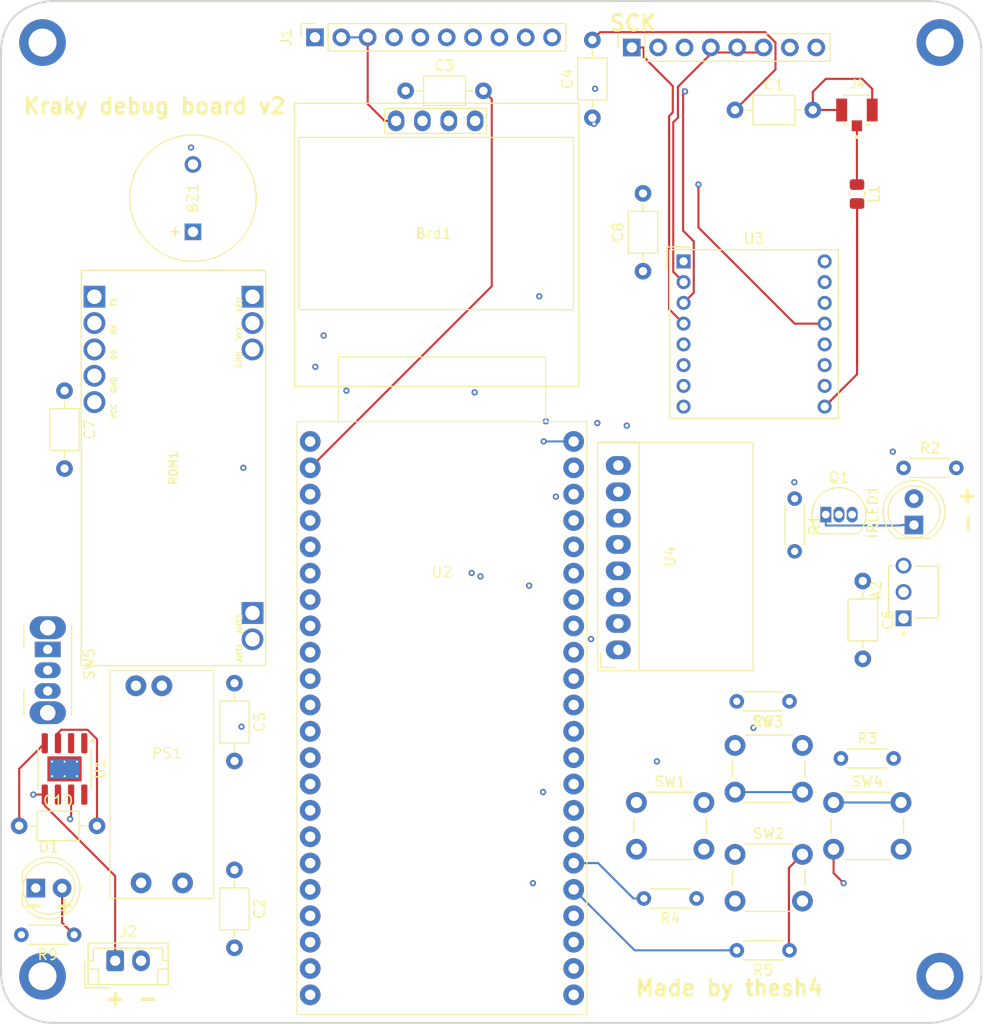
<source format=kicad_pcb>
(kicad_pcb (version 20241229) (generator "pcbnew") (generator_version "9.0")
  (layers (0 "F.Cu" signal) (4 "In1.Cu" signal) (6 "In2.Cu" signal) (2 "B.Cu" signal) (13 "F.Paste" user) (15 "B.Paste" user) (5 "F.SilkS" user "F.Silkscreen") (7 "B.SilkS" user "B.Silkscreen") (1 "F.Mask" user) (3 "B.Mask" user) (25 "Edge.Cuts" user))
  (net 0 "")
  (net 1 "Net-(A2-GND)")
  (net 2 "Net-(Brd1-GND)")
  (net 3 "Net-(U2-5V)")
  (net 4 "Net-(PS1--Vin)")
  (net 6 "unconnected-(U1-EPAD-Pad9)")
  (net 10 "Net-(D1-Pad2)")
  (net 11 "Net-(IRLED1-A)")
  (net 12 "Net-(A2-VS)")
  (net 13 "Net-(Q1-B)")
  (net 14 "Net-(Q1-C)")
  (net 15 "Net-(R6-Pad1)")
  (net 16 "Net-(R5-Pad1)")
  (net 17 "Net-(R4-Pad1)")
  (net 18 "Net-(R3-Pad1)")
  (net 19 "Net-(U1-~{CHRG})")
  (net 21 "Net-(PS1-+Vin)")
  (net 36 "Net-(U3-ANT)")
  (net 37 "Net-(C1-Pad2)")
  (net 38 "Net-(SW5-B)")
  (net 55 "Net-(A2-OUT)")
  (net 56 "Net-(Brd1-SCL)")
  (net 57 "Net-(Brd1-SDA)")
  (net 58 "Net-(U2-GPIO46)")
  (net 59 "Net-(U2-GPIO7)")
  (net 60 "Net-(U2-GPIO6)")
  (net 61 "Net-(U2-GPIO4)")
  (net 62 "Net-(U2-GPIO5)")
  (net 63 "Net-(U2-GPIO16)")
  (net 64 "Net-(U2-GPIO17)")
  (net 65 "Net-(U2-GPIO15)")
  (net 66 "Net-(U2-GPIO45)")
  (net 67 "Net-(U2-GPIO19)")
  (net 68 "Net-(U2-GPIO47)")
  (net 69 "Net-(U2-GPIO21)")
  (net 70 "Net-(U2-GPIO20)")
  (net 71 "Net-(U2-GPIO43_TX)")
  (net 72 "Net-(U2-GPIO12_SCK)")
  (net 73 "Net-(U2-GPIO35)")
  (net 74 "Net-(U2-GPIO10_SS)")
  (net 75 "Net-(U2-GPIO13_MISO)")
  (net 76 "Net-(U2-GPIO01)")
  (net 77 "Net-(U2-GPIO11_MOSI)")
  (net 83 "Net-(J4-Pad1)")
  (footprint "Resistor_THT:R_Axial_DIN0204_L3.6mm_D1.6mm_P5.08mm_Horizontal" (layer "F.Cu") (at 182.96 130)
    (property "Reference" "R3" (at 2.54 -1.92 0) (layer "F.SilkS"))
    (property "Value" "10K")
    (pad "1" thru_hole circle (at 0 0) (size 1.4 1.4) (drill 0.7) (layers "*.Cu" "*.Mask") (net 18 "Net-(R3-Pad1)"))
    (pad "2" thru_hole oval (at 5.08 0) (size 1.4 1.4) (drill 0.7) (layers "*.Cu" "*.Mask") (net 67 "Net-(U2-GPIO19)"))
  )
  (footprint "Button_Switch_THT:SW_PUSH_6mm" (layer "F.Cu") (at 182.25 134.25)
    (property "Reference" "SW4" (at 3.25 -2 0) (layer "F.SilkS"))
    (property "Value" "Push_Button")
    (pad "1" thru_hole circle (at 0 0 90) (size 2 2) (drill 1.1) (layers "*.Cu" "*.Mask") (net 18 "Net-(R3-Pad1)"))
    (pad "1" thru_hole circle (at 6.5 0 90) (size 2 2) (drill 1.1) (layers "*.Cu" "*.Mask") (net 18 "Net-(R3-Pad1)"))
    (pad "2" thru_hole circle (at 0 4.5 90) (size 2 2) (drill 1.1) (layers "*.Cu" "*.Mask") (net 2 "Net-(Brd1-GND)"))
    (pad "2" thru_hole circle (at 6.5 4.5 90) (size 2 2) (drill 1.1) (layers "*.Cu" "*.Mask") (net 2 "Net-(Brd1-GND)"))
  )
  (footprint "Package_SO:SOIC-8-1EP_3.9x4.9mm_P1.27mm_EP2.41x3.3mm_ThermalVias" (layer "F.Cu") (at 108.12 131.01 -90)
    (property "Reference" "U1" (at 0 -3.4 90) (layer "F.SilkS"))
    (property "Value" "TP4056-42-ESOP8")
    (pad "1" smd roundrect (at -2.475 -1.905 270) (size 1.95 0.6) (layers "F.Cu" "F.Mask" "F.Paste"))
    (pad "2" smd roundrect (at -2.475 -0.635 270) (size 1.95 0.6) (layers "F.Cu" "F.Mask" "F.Paste"))
    (pad "3" smd roundrect (at -2.475 0.635 270) (size 1.95 0.6) (layers "F.Cu" "F.Mask" "F.Paste") (net 4 "Net-(PS1--Vin)"))
    (pad "4" smd roundrect (at -2.475 1.905 270) (size 1.95 0.6) (layers "F.Cu" "F.Mask" "F.Paste") (net 2 "Net-(Brd1-GND)"))
    (pad "5" smd roundrect (at 2.475 1.905 270) (size 1.95 0.6) (layers "F.Cu" "F.Mask" "F.Paste") (net 38 "Net-(SW5-B)"))
    (pad "6" smd roundrect (at 2.475 0.635 270) (size 1.95 0.6) (layers "F.Cu" "F.Mask" "F.Paste"))
    (pad "7" smd roundrect (at 2.475 -0.635 270) (size 1.95 0.6) (layers "F.Cu" "F.Mask" "F.Paste") (net 19 "Net-(U1-~{CHRG})"))
    (pad "8" smd roundrect (at 2.475 -1.905 270) (size 1.95 0.6) (layers "F.Cu" "F.Mask" "F.Paste"))
    (pad "9" thru_hole circle (at -0.7 -1.2 270) (size 0.5 0.5) (drill 0.2) (property pad_prop_heatsink) (layers "*.Cu") (net 6 "unconnected-(U1-EPAD-Pad9)"))
    (pad "9" thru_hole circle (at -0.7 0 270) (size 0.5 0.5) (drill 0.2) (property pad_prop_heatsink) (layers "*.Cu") (net 6 "unconnected-(U1-EPAD-Pad9)"))
    (pad "9" thru_hole circle (at -0.7 1.2 270) (size 0.5 0.5) (drill 0.2) (property pad_prop_heatsink) (layers "*.Cu") (net 6 "unconnected-(U1-EPAD-Pad9)"))
    (pad "9" smd rect (at 0 0 270) (size 1.9 2.9) (property pad_prop_heatsink) (layers "B.Cu") (net 6 "unconnected-(U1-EPAD-Pad9)"))
    (pad "9" smd rect (at 0 0 270) (size 2.41 3.3) (property pad_prop_heatsink) (layers "F.Cu" "F.Mask") (net 6 "unconnected-(U1-EPAD-Pad9)"))
    (pad "9" thru_hole circle (at 0.7 -1.2 270) (size 0.5 0.5) (drill 0.2) (property pad_prop_heatsink) (layers "*.Cu") (net 6 "unconnected-(U1-EPAD-Pad9)"))
    (pad "9" thru_hole circle (at 0.7 0 270) (size 0.5 0.5) (drill 0.2) (property pad_prop_heatsink) (layers "*.Cu") (net 6 "unconnected-(U1-EPAD-Pad9)"))
    (pad "9" thru_hole circle (at 0.7 1.2 270) (size 0.5 0.5) (drill 0.2) (property pad_prop_heatsink) (layers "*.Cu") (net 6 "unconnected-(U1-EPAD-Pad9)"))
  )
  (footprint "Capacitor_THT:C_Axial_L3.8mm_D2.6mm_P7.50mm_Horizontal" (layer "F.Cu") (at 141 65.65)
    (property "Reference" "C3" (at 3.75 -2.42 0) (layer "F.SilkS"))
    (property "Value" "100 nF")
    (pad "1" thru_hole circle (at 0 0) (size 1.6 1.6) (drill 0.8) (layers "*.Cu" "*.Mask") (net 2 "Net-(Brd1-GND)"))
    (pad "2" thru_hole oval (at 7.5 0) (size 1.6 1.6) (drill 0.8) (layers "*.Cu" "*.Mask") (net 12 "Net-(A2-VS)"))
  )
  (footprint "Resistor_SMD:R_0805_2012Metric" (layer "F.Cu") (at 184.5125 75.6025 -90)
    (property "Reference" "L1" (at 0 -1.65 90) (layer "F.SilkS"))
    (property "Value" "BLM21PG331SN1D")
    (pad "1" smd roundrect (at -0.9125 0 270) (size 1.025 1.4) (layers "F.Cu" "F.Mask" "F.Paste") (roundrect_rratio 0.243902) (net 83 "Net-(J4-Pad1)"))
    (pad "2" smd roundrect (at 0.9125 0 270) (size 1.025 1.4) (layers "F.Cu" "F.Mask" "F.Paste") (roundrect_rratio 0.243902) (net 36 "Net-(U3-ANT)"))
  )
  (footprint "Capacitor_THT:C_Axial_L3.8mm_D2.6mm_P7.50mm_Horizontal" (layer "F.Cu") (at 172.75 67.5)
    (property "Reference" "C1" (at 3.75 -2.42 0) (layer "F.SilkS"))
    (property "Value" "10 pF")
    (pad "1" thru_hole circle (at 0 0) (size 1.6 1.6) (drill 0.8) (layers "*.Cu" "*.Mask") (net 2 "Net-(Brd1-GND)"))
    (pad "2" thru_hole oval (at 7.5 0) (size 1.6 1.6) (drill 0.8) (layers "*.Cu" "*.Mask") (net 37 "Net-(C1-Pad2)"))
  )
  (footprint "esp32-s3:esp32-s3" (layer "F.Cu") (at 144.5 112.5445)
    (property "Reference" "U2" (at 0 -0.5 0) (layer "F.SilkS") (effects (font (thickness 0.1))))
    (property "Value" "~")
    (pad "1" thru_hole circle (at -12.7 -13.095) (size 2 2) (drill 1) (layers "*.Cu" "*.Mask"))
    (pad "2" thru_hole circle (at -12.7 -10.555) (size 2 2) (drill 1) (layers "*.Cu" "*.Mask") (net 12 "Net-(A2-VS)"))
    (pad "3" thru_hole circle (at -12.7 -8.015) (size 2 2) (drill 1) (layers "*.Cu" "*.Mask"))
    (pad "4" thru_hole circle (at -12.7 -5.475) (size 2 2) (drill 1) (layers "*.Cu" "*.Mask") (net 61 "Net-(U2-GPIO4)"))
    (pad "5" thru_hole circle (at -12.7 -2.935) (size 2 2) (drill 1) (layers "*.Cu" "*.Mask") (net 62 "Net-(U2-GPIO5)"))
    (pad "6" thru_hole circle (at -12.7 -0.395) (size 2 2) (drill 1) (layers "*.Cu" "*.Mask") (net 60 "Net-(U2-GPIO6)"))
    (pad "7" thru_hole circle (at -12.7 2.145) (size 2 2) (drill 1) (layers "*.Cu" "*.Mask") (net 59 "Net-(U2-GPIO7)"))
    (pad "8" thru_hole circle (at -12.7 4.685) (size 2 2) (drill 1) (layers "*.Cu" "*.Mask") (net 65 "Net-(U2-GPIO15)"))
    (pad "9" thru_hole circle (at -12.7 7.225) (size 2 2) (drill 1) (layers "*.Cu" "*.Mask") (net 63 "Net-(U2-GPIO16)"))
    (pad "10" thru_hole circle (at -12.7 9.765) (size 2 2) (drill 1) (layers "*.Cu" "*.Mask") (net 64 "Net-(U2-GPIO17)"))
    (pad "11" thru_hole circle (at -12.7 12.305) (size 2 2) (drill 1) (layers "*.Cu" "*.Mask"))
    (pad "12" thru_hole circle (at -12.7 14.845) (size 2 2) (drill 1) (layers "*.Cu" "*.Mask") (net 57 "Net-(Brd1-SDA)"))
    (pad "13" thru_hole circle (at -12.7 17.385) (size 2 2) (drill 1) (layers "*.Cu" "*.Mask"))
    (pad "14" thru_hole circle (at -12.7 19.925) (size 2 2) (drill 1) (layers "*.Cu" "*.Mask") (net 58 "Net-(U2-GPIO46)"))
    (pad "15" thru_hole circle (at -12.7 22.465) (size 2 2) (drill 1) (layers "*.Cu" "*.Mask") (net 56 "Net-(Brd1-SCL)"))
    (pad "16" thru_hole circle (at -12.7 25.005) (size 2 2) (drill 1) (layers "*.Cu" "*.Mask") (net 74 "Net-(U2-GPIO10_SS)"))
    (pad "17" thru_hole circle (at -12.7 27.545) (size 2 2) (drill 1) (layers "*.Cu" "*.Mask") (net 77 "Net-(U2-GPIO11_MOSI)"))
    (pad "18" thru_hole circle (at -12.7 30.085) (size 2 2) (drill 1) (layers "*.Cu" "*.Mask") (net 72 "Net-(U2-GPIO12_SCK)"))
    (pad "19" thru_hole circle (at -12.7 32.625) (size 2 2) (drill 1) (layers "*.Cu" "*.Mask") (net 75 "Net-(U2-GPIO13_MISO)"))
    (pad "20" thru_hole circle (at -12.7 35.165) (size 2 2) (drill 1) (layers "*.Cu" "*.Mask"))
    (pad "21" thru_hole circle (at -12.7 37.705) (size 2 2) (drill 1) (layers "*.Cu" "*.Mask") (net 3 "Net-(U2-5V)"))
    (pad "22" thru_hole circle (at -12.7 40.245) (size 2 2) (drill 1) (layers "*.Cu" "*.Mask"))
    (pad "23" thru_hole circle (at 12.7 -13.095) (size 2 2) (drill 1) (layers "*.Cu" "*.Mask") (net 1 "Net-(A2-GND)"))
    (pad "24" thru_hole circle (at 12.7 -10.555) (size 2 2) (drill 1) (layers "*.Cu" "*.Mask") (net 71 "Net-(U2-GPIO43_TX)"))
    (pad "25" thru_hole circle (at 12.7 -8.015) (size 2 2) (drill 1) (layers "*.Cu" "*.Mask") (net 2 "Net-(Brd1-GND)"))
    (pad "26" thru_hole circle (at 12.7 -5.475) (size 2 2) (drill 1) (layers "*.Cu" "*.Mask") (net 76 "Net-(U2-GPIO01)"))
    (pad "27" thru_hole circle (at 12.7 -2.935) (size 2 2) (drill 1) (layers "*.Cu" "*.Mask"))
    (pad "28" thru_hole circle (at 12.7 -0.395) (size 2 2) (drill 1) (layers "*.Cu" "*.Mask"))
    (pad "29" thru_hole circle (at 12.7 2.145) (size 2 2) (drill 1) (layers "*.Cu" "*.Mask"))
    (pad "30" thru_hole circle (at 12.7 4.685) (size 2 2) (drill 1) (layers "*.Cu" "*.Mask"))
    (pad "31" thru_hole circle (at 12.7 7.225) (size 2 2) (drill 1) (layers "*.Cu" "*.Mask"))
    (pad "32" thru_hole circle (at 12.7 9.765) (size 2 2) (drill 1) (layers "*.Cu" "*.Mask"))
    (pad "33" thru_hole circle (at 12.7 12.305) (size 2 2) (drill 1) (layers "*.Cu" "*.Mask"))
    (pad "34" thru_hole circle (at 12.7 14.845) (size 2 2) (drill 1) (layers "*.Cu" "*.Mask"))
    (pad "35" thru_hole circle (at 12.7 17.385) (size 2 2) (drill 1) (layers "*.Cu" "*.Mask") (net 73 "Net-(U2-GPIO35)"))
    (pad "36" thru_hole circle (at 12.7 19.925) (size 2 2) (drill 1) (layers "*.Cu" "*.Mask"))
    (pad "37" thru_hole circle (at 12.7 22.465) (size 2 2) (drill 1) (layers "*.Cu" "*.Mask") (net 66 "Net-(U2-GPIO45)"))
    (pad "38" thru_hole circle (at 12.7 25.005) (size 2 2) (drill 1) (layers "*.Cu" "*.Mask") (net 55 "Net-(A2-OUT)"))
    (pad "39" thru_hole circle (at 12.7 27.545) (size 2 2) (drill 1) (layers "*.Cu" "*.Mask") (net 68 "Net-(U2-GPIO47)"))
    (pad "40" thru_hole circle (at 12.7 30.085) (size 2 2) (drill 1) (layers "*.Cu" "*.Mask") (net 69 "Net-(U2-GPIO21)"))
    (pad "41" thru_hole circle (at 12.7 32.625) (size 2 2) (drill 1) (layers "*.Cu" "*.Mask") (net 70 "Net-(U2-GPIO20)"))
    (pad "42" thru_hole circle (at 12.7 35.165) (size 2 2) (drill 1) (layers "*.Cu" "*.Mask") (net 67 "Net-(U2-GPIO19)"))
    (pad "43" thru_hole circle (at 12.7 37.705) (size 2 2) (drill 1) (layers "*.Cu" "*.Mask") (net 2 "Net-(Brd1-GND)"))
    (pad "44" thru_hole circle (at 12.7 40.245) (size 2 2) (drill 1) (layers "*.Cu" "*.Mask") (net 2 "Net-(Brd1-GND)"))
  )
  (footprint "Resistor_THT:R_Axial_DIN0204_L3.6mm_D1.6mm_P5.08mm_Horizontal" (layer "F.Cu") (at 178 148.5 180)
    (property "Reference" "R5" (at 2.54 -1.92 180) (layer "F.SilkS"))
    (property "Value" "10K")
    (pad "1" thru_hole circle (at 0 0 180) (size 1.4 1.4) (drill 0.7) (layers "*.Cu" "*.Mask") (net 16 "Net-(R5-Pad1)"))
    (pad "2" thru_hole oval (at 5.08 0 180) (size 1.4 1.4) (drill 0.7) (layers "*.Cu" "*.Mask") (net 69 "Net-(U2-GPIO21)"))
  )
  (footprint "RDM6300:RDM6300" (layer "F.Cu") (at 118.62 102.01 90)
    (property "Reference" "RDM1" (at 0 0 90) (layer "F.SilkS") (effects (font (size 0.787402 0.787402))))
    (property "Value" "RDM6300")
    (fp_text user "GND" (at 10.46 6.35 90) (layer "F.SilkS") (effects (font (size 0.5 0.5))))
    (fp_text user "GND" (at 7.99 -5.75 90) (layer "F.SilkS") (effects (font (size 0.5 0.5))))
    (fp_text user "LED" (at 15.74 6.35 90) (layer "F.SilkS") (effects (font (size 0.5 0.5))))
    (fp_text user "RX" (at 13.37 -5.75 90) (layer "F.SilkS") (effects (font (size 0.5 0.5))))
    (fp_text user "TX" (at 16.01 -5.75 90) (layer "F.SilkS") (effects (font (size 0.5 0.5))))
    (fp_text user "D0" (at 10.93 -5.75 90) (layer "F.SilkS") (effects (font (size 0.5 0.5))))
    (fp_text user "ANT2" (at -15.04 6.35 90) (layer "F.SilkS") (effects (font (size 0.5 0.5))))
    (fp_text user "VCC" (at 5.45 -5.75 90) (layer "F.SilkS") (effects (font (size 0.5 0.5))))
    (fp_text user "VCC" (at 13.1 6.35 90) (layer "F.SilkS") (effects (font (size 0.5 0.5))))
    (fp_text user "ANT1" (at -17.78 6.35 90) (layer "F.SilkS") (effects (font (size 0.5 0.5))))
    (pad "ANT1" thru_hole circle (at -16.51 7.62 90) (size 2.1 2.1) (drill 1.4) (layers "*.Cu" "*.Mask"))
    (pad "ANT2" thru_hole rect (at -13.97 7.62 90) (size 2.1 2.1) (drill 1.4) (layers "*.Cu" "*.Mask"))
    (pad "D0" thru_hole circle (at 11.43 -7.62 90) (size 2.1 2.1) (drill 1.4) (layers "*.Cu" "*.Mask"))
    (pad "GND" thru_hole circle (at 8.89 -7.62 90) (size 2.1 2.1) (drill 1.4) (layers "*.Cu" "*.Mask") (net 1 "Net-(A2-GND)"))
    (pad "GND1" thru_hole circle (at 11.43 7.62 90) (size 2.1 2.1) (drill 1.4) (layers "*.Cu" "*.Mask"))
    (pad "LED" thru_hole rect (at 16.51 7.62 90) (size 2.1 2.1) (drill 1.4) (layers "*.Cu" "*.Mask"))
    (pad "RX" thru_hole circle (at 13.97 -7.62 90) (size 2.1 2.1) (drill 1.4) (layers "*.Cu" "*.Mask") (net 2 "Net-(Brd1-GND)"))
    (pad "TX" thru_hole rect (at 16.51 -7.62 90) (size 2.1 2.1) (drill 1.4) (layers "*.Cu" "*.Mask") (net 71 "Net-(U2-GPIO43_TX)"))
    (pad "VCC" thru_hole circle (at 6.35 -7.62 90) (size 2.1 2.1) (drill 1.4) (layers "*.Cu" "*.Mask") (net 12 "Net-(A2-VS)"))
    (pad "VCC1" thru_hole circle (at 13.97 7.62 90) (size 2.1 2.1) (drill 1.4) (layers "*.Cu" "*.Mask"))
  )
  (footprint "Resistor_THT:R_Axial_DIN0204_L3.6mm_D1.6mm_P5.08mm_Horizontal" (layer "F.Cu") (at 169.04 143.5 180)
    (property "Reference" "R4" (at 2.54 -1.92 0) (layer "F.SilkS"))
    (property "Value" "10K")
    (pad "1" thru_hole circle (at 0 0 180) (size 1.4 1.4) (drill 0.7) (layers "*.Cu" "*.Mask") (net 17 "Net-(R4-Pad1)"))
    (pad "2" thru_hole oval (at 5.08 0 180) (size 1.4 1.4) (drill 0.7) (layers "*.Cu" "*.Mask") (net 68 "Net-(U2-GPIO47)"))
  )
  (footprint "Capacitor_THT:C_Axial_L3.8mm_D2.6mm_P7.50mm_Horizontal" (layer "F.Cu") (at 124.5 140.75 -90)
    (property "Reference" "C2" (at 3.75 -2.42 270) (layer "F.SilkS"))
    (property "Value" "100 nF")
    (pad "1" thru_hole circle (at 0 0 270) (size 1.6 1.6) (drill 0.8) (layers "*.Cu" "*.Mask") (net 2 "Net-(Brd1-GND)"))
    (pad "2" thru_hole oval (at 7.5 0 270) (size 1.6 1.6) (drill 0.8) (layers "*.Cu" "*.Mask") (net 3 "Net-(U2-5V)"))
  )
  (footprint "Connector_PinSocket_2.54mm:PinSocket_1x08_P2.54mm_Vertical" (layer "F.Cu") (at 162.8 61.475 90)
    (property "Reference" "J3" (hide yes))
    (property "Value" "PINHD_1x8_Female" (hide yes))
    (pad "1" thru_hole rect (at 0 0 90) (size 1.7 1.7) (drill 1) (layers "*.Cu" "*.Mask") (net 72 "Net-(U2-GPIO12_SCK)"))
    (pad "2" thru_hole oval (at 0 2.54 90) (size 1.7 1.7) (drill 1) (layers "*.Cu" "*.Mask") (net 75 "Net-(U2-GPIO13_MISO)"))
    (pad "3" thru_hole oval (at 0 5.08 90) (size 1.7 1.7) (drill 1) (layers "*.Cu" "*.Mask") (net 77 "Net-(U2-GPIO11_MOSI)"))
    (pad "4" thru_hole oval (at 0 7.62 90) (size 1.7 1.7) (drill 1) (layers "*.Cu" "*.Mask") (net 74 "Net-(U2-GPIO10_SS)"))
    (pad "5" thru_hole oval (at 0 10.16 90) (size 1.7 1.7) (drill 1) (layers "*.Cu" "*.Mask") (net 12 "Net-(A2-VS)"))
    (pad "6" thru_hole oval (at 0 12.7 90) (size 1.7 1.7) (drill 1) (layers "*.Cu" "*.Mask") (net 1 "Net-(A2-GND)"))
    (pad "7" thru_hole oval (at 0 15.24 90) (size 1.7 1.7) (drill 1) (layers "*.Cu" "*.Mask") (net 73 "Net-(U2-GPIO35)"))
    (pad "8" thru_hole oval (at 0 17.78 90) (size 1.7 1.7) (drill 1) (layers "*.Cu" "*.Mask"))
  )
  (footprint "ufl connector:LINX_CONUFL001-SMD-T" (layer "F.Cu") (at 184.5 67.5)
    (property "Reference" "J4" (at 0.04 -2.508 0) (layer "F.SilkS") (effects (font (size 0.8 0.8))))
    (property "Value" "CONUFL001-SMD-T")
    (pad "1" smd rect (at 0 1.525) (size 1 1.05) (layers "F.Cu" "F.Mask" "F.Paste") (net 83 "Net-(J4-Pad1)"))
    (pad "2" smd rect (at -1.475 0) (size 1.05 2.2) (layers "F.Cu" "F.Mask" "F.Paste") (net 37 "Net-(C1-Pad2)"))
    (pad "3" smd rect (at 1.475 0) (size 1.05 2.2) (layers "F.Cu" "F.Mask" "F.Paste") (net 37 "Net-(C1-Pad2)"))
  )
  (footprint "MountingHole:MountingHole_2.7mm_M2.5_ISO14580_Pad" (layer "F.Cu") (at 106 151)
    (property "Reference" "buco3" (hide yes))
    (property "Value" "MountingHole_2.7mm_M2.5_ISO14580_Pad" (hide yes))
    (pad "1" thru_hole circle (at 0 0) (size 4.5 4.5) (drill 2.7) (layers "*.Cu" "*.Mask"))
  )
  (footprint "Resistor_THT:R_Axial_DIN0204_L3.6mm_D1.6mm_P5.08mm_Horizontal" (layer "F.Cu") (at 189 102)
    (property "Reference" "R2" (at 2.54 -1.92 0) (layer "F.SilkS"))
    (property "Value" "100")
    (pad "1" thru_hole circle (at 0 0) (size 1.4 1.4) (drill 0.7) (layers "*.Cu" "*.Mask") (net 14 "Net-(Q1-C)"))
    (pad "2" thru_hole oval (at 5.08 0) (size 1.4 1.4) (drill 0.7) (layers "*.Cu" "*.Mask") (net 11 "Net-(IRLED1-A)"))
  )
  (footprint "Converter_DCDC:step up kraky" (layer "F.Cu") (at 118 130)
    (property "Reference" "PS1" (at 0 -0.5 0) (layer "F.SilkS") (effects (font (thickness 0.1))))
    (property "Value" "IA0305D")
    (pad "1" thru_hole circle (at -3 -7) (size 2 2) (drill 1) (layers "*.Cu" "*.Mask") (net 21 "Net-(PS1-+Vin)"))
    (pad "2" thru_hole circle (at -0.5 -7) (size 2 2) (drill 1) (layers "*.Cu" "*.Mask") (net 4 "Net-(PS1--Vin)"))
    (pad "3" thru_hole circle (at -2.5 12) (size 2 2) (drill 1) (layers "*.Cu" "*.Mask") (net 2 "Net-(Brd1-GND)"))
    (pad "4" thru_hole circle (at 1.5 12) (size 2 2) (drill 1) (layers "*.Cu" "*.Mask"))
  )
  (footprint "Resistor_THT:R_Axial_DIN0204_L3.6mm_D1.6mm_P5.08mm_Horizontal" (layer "F.Cu") (at 178 124.5 180)
    (property "Reference" "R6" (at 2.54 -1.92 180) (layer "F.SilkS"))
    (property "Value" "10K")
    (pad "1" thru_hole circle (at 0 0 180) (size 1.4 1.4) (drill 0.7) (layers "*.Cu" "*.Mask") (net 15 "Net-(R6-Pad1)"))
    (pad "2" thru_hole oval (at 5.08 0 180) (size 1.4 1.4) (drill 0.7) (layers "*.Cu" "*.Mask") (net 70 "Net-(U2-GPIO20)"))
  )
  (footprint "Button_Switch_THT:SW_PUSH_6mm" (layer "F.Cu") (at 172.75 128.75)
    (property "Reference" "SW3" (at 3.13 -2.26 180) (layer "F.SilkS"))
    (property "Value" "Push_Button")
    (pad "1" thru_hole circle (at 0 0 90) (size 2 2) (drill 1.1) (layers "*.Cu" "*.Mask") (net 15 "Net-(R6-Pad1)"))
    (pad "1" thru_hole circle (at 6.5 0 90) (size 2 2) (drill 1.1) (layers "*.Cu" "*.Mask") (net 15 "Net-(R6-Pad1)"))
    (pad "2" thru_hole circle (at 0 4.5 90) (size 2 2) (drill 1.1) (layers "*.Cu" "*.Mask") (net 2 "Net-(Brd1-GND)"))
    (pad "2" thru_hole circle (at 6.5 4.5 90) (size 2 2) (drill 1.1) (layers "*.Cu" "*.Mask") (net 2 "Net-(Brd1-GND)"))
  )
  (footprint "LED_THT:LED_D5.0mm" (layer "F.Cu") (at 105.345 142.5)
    (property "Reference" "D1" (at 1.27 -3.96 0) (layer "F.SilkS"))
    (property "Value" "LED")
    (pad "1" thru_hole rect (at 0 0) (size 1.8 1.8) (drill 0.9) (layers "*.Cu" "*.Mask") (net 4 "Net-(PS1--Vin)"))
    (pad "2" thru_hole circle (at 2.54 0) (size 1.8 1.8) (drill 0.9) (layers "*.Cu" "*.Mask") (net 10 "Net-(D1-Pad2)"))
  )
  (footprint "Button_Switch_THT:SW_PUSH_6mm" (layer "F.Cu") (at 172.75 139.25)
    (property "Reference" "SW2" (at 3.25 -2 0) (layer "F.SilkS"))
    (property "Value" "Push_Button")
    (pad "1" thru_hole circle (at 0 0 90) (size 2 2) (drill 1.1) (layers "*.Cu" "*.Mask") (net 16 "Net-(R5-Pad1)"))
    (pad "1" thru_hole circle (at 6.5 0 90) (size 2 2) (drill 1.1) (layers "*.Cu" "*.Mask") (net 16 "Net-(R5-Pad1)"))
    (pad "2" thru_hole circle (at 0 4.5 90) (size 2 2) (drill 1.1) (layers "*.Cu" "*.Mask") (net 2 "Net-(Brd1-GND)"))
    (pad "2" thru_hole circle (at 6.5 4.5 90) (size 2 2) (drill 1.1) (layers "*.Cu" "*.Mask") (net 2 "Net-(Brd1-GND)"))
  )
  (footprint "Connector_PinSocket_2.54mm:PinSocket_1x10_P2.54mm_Vertical" (layer "F.Cu") (at 132.26 60.5 90)
    (property "Reference" "J1" (at 0 -2.77 90) (layer "F.SilkS"))
    (property "Value" "PINHD_1x10_Female" (hide yes))
    (pad "1" thru_hole rect (at 0 0 90) (size 1.7 1.7) (drill 1) (layers "*.Cu" "*.Mask") (net 12 "Net-(A2-VS)"))
    (pad "2" thru_hole oval (at 0 2.54 90) (size 1.7 1.7) (drill 1) (layers "*.Cu" "*.Mask") (net 2 "Net-(Brd1-GND)"))
    (pad "3" thru_hole oval (at 0 5.08 90) (size 1.7 1.7) (drill 1) (layers "*.Cu" "*.Mask") (net 2 "Net-(Brd1-GND)"))
    (pad "4" thru_hole oval (at 0 7.62 90) (size 1.7 1.7) (drill 1) (layers "*.Cu" "*.Mask") (net 61 "Net-(U2-GPIO4)"))
    (pad "5" thru_hole oval (at 0 10.16 90) (size 1.7 1.7) (drill 1) (layers "*.Cu" "*.Mask") (net 62 "Net-(U2-GPIO5)"))
    (pad "6" thru_hole oval (at 0 12.7 90) (size 1.7 1.7) (drill 1) (layers "*.Cu" "*.Mask") (net 60 "Net-(U2-GPIO6)"))
    (pad "7" thru_hole oval (at 0 15.24 90) (size 1.7 1.7) (drill 1) (layers "*.Cu" "*.Mask") (net 59 "Net-(U2-GPIO7)"))
    (pad "8" thru_hole oval (at 0 17.78 90) (size 1.7 1.7) (drill 1) (layers "*.Cu" "*.Mask") (net 65 "Net-(U2-GPIO15)"))
    (pad "9" thru_hole oval (at 0 20.32 90) (size 1.7 1.7) (drill 1) (layers "*.Cu" "*.Mask") (net 63 "Net-(U2-GPIO16)"))
    (pad "10" thru_hole oval (at 0 22.86 90) (size 1.7 1.7) (drill 1) (layers "*.Cu" "*.Mask") (net 64 "Net-(U2-GPIO17)"))
  )
  (footprint "MountingHole:MountingHole_2.7mm_M2.5_ISO14580_Pad" (layer "F.Cu") (at 192.5 151)
    (property "Reference" "buco4" (hide yes))
    (property "Value" "MountingHole_2.7mm_M2.5_ISO14580_Pad" (hide yes))
    (pad "1" thru_hole circle (at 0 0) (size 4.5 4.5) (drill 2.7) (layers "*.Cu" "*.Mask"))
  )
  (footprint "oled:128x64OLED" (layer "F.Cu") (at 143.7 79.15)
    (property "Reference" "Brd1" (at 0 0.254 0) (layer "F.SilkS"))
    (property "Value" "SSD1306")
    (pad "1" thru_hole oval (at -3.62 -10.6 90) (size 2 1.6) (drill 1) (layers "*.Cu" "*.Mask") (net 2 "Net-(Brd1-GND)"))
    (pad "2" thru_hole oval (at -1.08 -10.6 90) (size 2 1.6) (drill 1) (layers "*.Cu" "*.Mask") (net 12 "Net-(A2-VS)"))
    (pad "3" thru_hole oval (at 1.46 -10.6 90) (size 2 1.6) (drill 1) (layers "*.Cu" "*.Mask") (net 56 "Net-(Brd1-SCL)"))
    (pad "4" thru_hole oval (at 4 -10.6 90) (size 2 1.6) (drill 1) (layers "*.Cu" "*.Mask") (net 57 "Net-(Brd1-SDA)"))
  )
  (footprint "MountingHole:MountingHole_2.7mm_M2.5_ISO14580_Pad" (layer "F.Cu") (at 192.5 61)
    (property "Reference" "buco1" (hide yes))
    (property "Value" "MountingHole_2.7mm_M2.5_ISO14580_Pad" (hide yes))
    (pad "1" thru_hole circle (at 0 0) (size 4.5 4.5) (drill 2.7) (layers "*.Cu" "*.Mask"))
  )
  (footprint "Connector_JST:JST_EH_B2B-EH-A_1x02_P2.50mm_Vertical" (layer "F.Cu") (at 113 149.5)
    (property "Reference" "J2" (at 1.25 -2.8 0) (layer "F.SilkS"))
    (property "Value" "JST_02")
    (pad "1" thru_hole roundrect (at 0 0) (size 1.7 2) (drill 1) (layers "*.Cu" "*.Mask") (roundrect_rratio 0.147059) (net 38 "Net-(SW5-B)"))
    (pad "2" thru_hole oval (at 2.5 0) (size 1.7 2) (drill 1) (layers "*.Cu" "*.Mask") (net 4 "Net-(PS1--Vin)"))
  )
  (footprint "LED_THT:LED_D5.0mm" (layer "F.Cu") (at 190 107.5 90)
    (property "Reference" "IRLED1" (at 1.27 -3.96 90) (layer "F.SilkS"))
    (property "Value" "IR 940nm")
    (pad "1" thru_hole rect (at 0 0 90) (size 1.8 1.8) (drill 0.9) (layers "*.Cu" "*.Mask") (net 1 "Net-(A2-GND)"))
    (pad "2" thru_hole circle (at 2.54 0 90) (size 1.8 1.8) (drill 0.9) (layers "*.Cu" "*.Mask") (net 11 "Net-(IRLED1-A)"))
  )
  (footprint "Button_Switch_THT:SW_Slide_SPDT_Angled_CK_OS102011MA1Q" (layer "F.Cu") (at 106.5 119.5 -90)
    (property "Reference" "SW5" (at 1.4 -4 90) (layer "F.SilkS"))
    (property "Value" "SW_Nidec_CAS-120A1")
    (pad "" thru_hole oval (at -2.1 0 270) (size 2.2 3.5) (drill 1.5) (layers "*.Cu" "*.Mask"))
    (pad "" thru_hole oval (at 6.1 0 270) (size 2.2 3.5) (drill 1.5) (layers "*.Cu" "*.Mask"))
    (pad "1" thru_hole rect (at 0 0 270) (size 1.5 2.5) (drill 0.9) (layers "*.Cu" "*.Mask") (net 21 "Net-(PS1-+Vin)"))
    (pad "2" thru_hole oval (at 2 0 270) (size 1.5 2.5) (drill 0.9) (layers "*.Cu" "*.Mask") (net 38 "Net-(SW5-B)"))
    (pad "3" thru_hole oval (at 4 0 270) (size 1.5 2.5) (drill 0.9) (layers "*.Cu" "*.Mask"))
  )
  (footprint "Capacitor_THT:C_Axial_L3.8mm_D2.6mm_P7.50mm_Horizontal" (layer "F.Cu") (at 163.88 83.04 90)
    (property "Reference" "C8" (at 3.75 -2.42 90) (layer "F.SilkS"))
    (property "Value" "100 nF")
    (pad "1" thru_hole circle (at 0 0 90) (size 1.6 1.6) (drill 0.8) (layers "*.Cu" "*.Mask") (net 2 "Net-(Brd1-GND)"))
    (pad "2" thru_hole oval (at 7.5 0 90) (size 1.6 1.6) (drill 0.8) (layers "*.Cu" "*.Mask") (net 12 "Net-(A2-VS)"))
  )
  (footprint "Buzzer_Beeper:MagneticBuzzer_ProSignal_ABT-410-RC" (layer "F.Cu") (at 120.5 79.25 90)
    (property "Reference" "BZ1" (at 3.25 0 90) (layer "F.SilkS"))
    (property "Value" "Buzzer_5V")
    (fp_text user "+" (at 0 -1.8 90) (layer "F.SilkS"))
    (pad "1" thru_hole rect (at 0 0 90) (size 1.6 1.6) (drill 1) (layers "*.Cu" "*.Mask") (net 58 "Net-(U2-GPIO46)"))
    (pad "2" thru_hole circle (at 6.5 0 90) (size 1.6 1.6) (drill 1) (layers "*.Cu" "*.Mask") (net 2 "Net-(Brd1-GND)"))
  )
  (footprint "Resistor_THT:R_Axial_DIN0204_L3.6mm_D1.6mm_P5.08mm_Horizontal" (layer "F.Cu") (at 109.04 147 180)
    (property "Reference" "R9" (at 2.54 -1.92 180) (layer "F.SilkS"))
    (property "Value" "1K")
    (pad "1" thru_hole circle (at 0 0 180) (size 1.4 1.4) (drill 0.7) (layers "*.Cu" "*.Mask") (net 10 "Net-(D1-Pad2)"))
    (pad "2" thru_hole oval (at 5.08 0 180) (size 1.4 1.4) (drill 0.7) (layers "*.Cu" "*.Mask") (net 19 "Net-(U1-~{CHRG})"))
  )
  (footprint "Package_TO_SOT_THT:TO-92_Inline" (layer "F.Cu") (at 181.5 106.5)
    (property "Reference" "Q1" (at 1.27 -3.56 0) (layer "F.SilkS"))
    (property "Value" "2N3904")
    (pad "1" thru_hole rect (at 0 0) (size 1.05 1.5) (drill 0.75) (layers "*.Cu" "*.Mask") (net 1 "Net-(A2-GND)"))
    (pad "2" thru_hole oval (at 1.27 0) (size 1.05 1.5) (drill 0.75) (layers "*.Cu" "*.Mask") (net 13 "Net-(Q1-B)"))
    (pad "3" thru_hole oval (at 2.54 0) (size 1.05 1.5) (drill 0.75) (layers "*.Cu" "*.Mask") (net 14 "Net-(Q1-C)"))
  )
  (footprint "MountingHole:MountingHole_2.7mm_M2.5_ISO14580_Pad" (layer "F.Cu") (at 106 61)
    (property "Reference" "buco2" (hide yes))
    (property "Value" "MountingHole_2.7mm_M2.5_ISO14580_Pad" (hide yes))
    (pad "1" thru_hole circle (at 0 0) (size 4.5 4.5) (drill 2.7) (layers "*.Cu" "*.Mask"))
  )
  (footprint "Capacitor_THT:C_Axial_L3.8mm_D2.6mm_P7.50mm_Horizontal" (layer "F.Cu") (at 124.5 122.75 -90)
    (property "Reference" "C5" (at 3.75 -2.42 90) (layer "F.SilkS"))
    (property "Value" "100nF")
    (pad "1" thru_hole circle (at 0 0 270) (size 1.6 1.6) (drill 0.8) (layers "*.Cu" "*.Mask") (net 2 "Net-(Brd1-GND)"))
    (pad "2" thru_hole oval (at 7.5 0 270) (size 1.6 1.6) (drill 0.8) (layers "*.Cu" "*.Mask") (net 12 "Net-(A2-VS)"))
  )
  (footprint "Capacitor_THT:C_Axial_L3.8mm_D2.6mm_P7.50mm_Horizontal" (layer "F.Cu") (at 159 68.25 90)
    (property "Reference" "C4" (at 3.75 -2.42 90) (layer "F.SilkS"))
    (property "Value" "100 nF")
    (pad "1" thru_hole circle (at 0 0 90) (size 1.6 1.6) (drill 0.8) (layers "*.Cu" "*.Mask") (net 12 "Net-(A2-VS)"))
    (pad "2" thru_hole oval (at 7.5 0 90) (size 1.6 1.6) (drill 0.8) (layers "*.Cu" "*.Mask") (net 2 "Net-(Brd1-GND)"))
  )
  (footprint "Capacitor_THT:C_Axial_L3.8mm_D2.6mm_P7.50mm_Horizontal" (layer "F.Cu") (at 103.75 136.5)
    (property "Reference" "C10" (at 3.75 -2.42 0) (layer "F.SilkS"))
    (property "Value" "100 nF")
    (pad "1" thru_hole circle (at 0 0) (size 1.6 1.6) (drill 0.8) (layers "*.Cu" "*.Mask") (net 2 "Net-(Brd1-GND)"))
    (pad "2" thru_hole oval (at 7.5 0) (size 1.6 1.6) (drill 0.8) (layers "*.Cu" "*.Mask") (net 4 "Net-(PS1--Vin)"))
  )
  (footprint "PCM_SL_Breakout_Boards:MPU6050_Breakout" (layer "F.Cu") (at 161.5 119.54 90)
    (property "Reference" "U4" (at 9 5 90) (layer "F.SilkS"))
    (property "Value" "MPU6050")
    (pad "1" thru_hole oval (at 0 0 90) (size 1.8 2.4) (drill 1) (layers "*.Cu" "*.Mask"))
    (pad "2" thru_hole oval (at 2.54 0 90) (size 1.8 2.4) (drill 1) (layers "*.Cu" "*.Mask"))
    (pad "3" thru_hole oval (at 5.08 0 90) (size 1.8 2.4) (drill 1) (layers "*.Cu" "*.Mask"))
    (pad "4" thru_hole oval (at 7.62 0 90) (size 1.8 2.4) (drill 1) (layers "*.Cu" "*.Mask"))
    (pad "5" thru_hole oval (at 10.16 0 90) (size 1.8 2.4) (drill 1) (layers "*.Cu" "*.Mask") (net 57 "Net-(Brd1-SDA)"))
    (pad "6" thru_hole oval (at 12.7 0 90) (size 1.8 2.4) (drill 1) (layers "*.Cu" "*.Mask") (net 56 "Net-(Brd1-SCL)"))
    (pad "7" thru_hole oval (at 15.24 0 90) (size 1.8 2.4) (drill 1) (layers "*.Cu" "*.Mask") (net 1 "Net-(A2-GND)"))
    (pad "8" thru_hole oval (at 17.78 0 90) (size 1.8 2.4) (drill 1) (layers "*.Cu" "*.Mask") (net 12 "Net-(A2-VS)"))
  )
  (footprint "Capacitor_THT:C_Axial_L3.8mm_D2.6mm_P7.50mm_Horizontal" (layer "F.Cu") (at 185.0675 112.9 -90)
    (property "Reference" "C6" (at 3.75 -2.42 270) (layer "F.SilkS"))
    (property "Value" "100 nF")
    (pad "1" thru_hole circle (at 0 0 270) (size 1.6 1.6) (drill 0.8) (layers "*.Cu" "*.Mask") (net 12 "Net-(A2-VS)"))
    (pad "2" thru_hole oval (at 7.5 0 270) (size 1.6 1.6) (drill 0.8) (layers "*.Cu" "*.Mask") (net 2 "Net-(Brd1-GND)"))
  )
  (footprint "Resistor_THT:R_Axial_DIN0204_L3.6mm_D1.6mm_P5.08mm_Horizontal" (layer "F.Cu") (at 178.5 104.96 -90)
    (property "Reference" "R1" (at 2.54 -1.92 90) (layer "F.SilkS"))
    (property "Value" "1K")
    (pad "1" thru_hole circle (at 0 0 270) (size 1.4 1.4) (drill 0.7) (layers "*.Cu" "*.Mask") (net 66 "Net-(U2-GPIO45)"))
    (pad "2" thru_hole oval (at 5.08 0 270) (size 1.4 1.4) (drill 0.7) (layers "*.Cu" "*.Mask") (net 13 "Net-(Q1-B)"))
  )
  (footprint "Button_Switch_THT:SW_PUSH_6mm" (layer "F.Cu") (at 163.25 134.25)
    (property "Reference" "SW1" (at 3.25 -2 0) (layer "F.SilkS"))
    (property "Value" "Push_Button")
    (pad "1" thru_hole circle (at 0 0 90) (size 2 2) (drill 1.1) (layers "*.Cu" "*.Mask") (net 17 "Net-(R4-Pad1)"))
    (pad "1" thru_hole circle (at 6.5 0 90) (size 2 2) (drill 1.1) (layers "*.Cu" "*.Mask") (net 17 "Net-(R4-Pad1)"))
    (pad "2" thru_hole circle (at 0 4.5 90) (size 2 2) (drill 1.1) (layers "*.Cu" "*.Mask") (net 2 "Net-(Brd1-GND)"))
    (pad "2" thru_hole circle (at 6.5 4.5 90) (size 2 2) (drill 1.1) (layers "*.Cu" "*.Mask") (net 2 "Net-(Brd1-GND)"))
  )
  (footprint "Capacitor_THT:C_Axial_L3.8mm_D2.6mm_P7.50mm_Horizontal" (layer "F.Cu") (at 108.12 94.56 -90)
    (property "Reference" "C7" (at 3.75 -2.42 270) (layer "F.SilkS"))
    (property "Value" "100 nF")
    (pad "1" thru_hole circle (at 0 0 270) (size 1.6 1.6) (drill 0.8) (layers "*.Cu" "*.Mask") (net 12 "Net-(A2-VS)"))
    (pad "2" thru_hole oval (at 7.5 0 270) (size 1.6 1.6) (drill 0.8) (layers "*.Cu" "*.Mask") (net 2 "Net-(Brd1-GND)"))
  )
  (footprint "TSOP38238:XDCR_TSOP38238" (layer "F.Cu") (at 189 113.96 90)
    (property "Reference" "A2" (at 0.175 -2.635 90) (layer "F.SilkS"))
    (property "Value" "TSOP38238")
    (pad "1" thru_hole rect (at -2.54 0 90) (size 1.518 1.518) (drill 1.01) (layers "*.Cu" "*.Mask") (net 55 "Net-(A2-OUT)"))
    (pad "2" thru_hole circle (at 0 0 90) (size 1.518 1.518) (drill 1.01) (layers "*.Cu" "*.Mask") (net 1 "Net-(A2-GND)"))
    (pad "3" thru_hole circle (at 2.54 0 90) (size 1.518 1.518) (drill 1.01) (layers "*.Cu" "*.Mask") (net 12 "Net-(A2-VS)"))
  )
  (footprint "RF_Module:HOPERF_RFM9XW_THT" (layer "F.Cu") (at 167.7925 82.0925)
    (property "Reference" "U3" (at 6.8 -2.17 0) (layer "F.SilkS"))
    (property "Value" "RFM98W-433S2")
    (pad "1" thru_hole rect (at 0 0) (size 1.35 1.35) (drill 0.8) (layers "*.Cu" "*.Mask"))
    (pad "2" thru_hole circle (at 0 2) (size 1.35 1.35) (drill 0.8) (layers "*.Cu" "*.Mask") (net 75 "Net-(U2-GPIO13_MISO)"))
    (pad "3" thru_hole circle (at 0 4) (size 1.35 1.35) (drill 0.8) (layers "*.Cu" "*.Mask") (net 77 "Net-(U2-GPIO11_MOSI)"))
    (pad "4" thru_hole circle (at 0 6) (size 1.35 1.35) (drill 0.8) (layers "*.Cu" "*.Mask") (net 72 "Net-(U2-GPIO12_SCK)"))
    (pad "5" thru_hole circle (at 0 8) (size 1.35 1.35) (drill 0.8) (layers "*.Cu" "*.Mask") (net 74 "Net-(U2-GPIO10_SS)"))
    (pad "6" thru_hole circle (at 0 10) (size 1.35 1.35) (drill 0.8) (layers "*.Cu" "*.Mask"))
    (pad "7" thru_hole circle (at 0 12) (size 1.35 1.35) (drill 0.8) (layers "*.Cu" "*.Mask"))
    (pad "8" thru_hole circle (at 0 14) (size 1.35 1.35) (drill 0.8) (layers "*.Cu" "*.Mask"))
    (pad "9" thru_hole circle (at 13.6 14) (size 1.35 1.35) (drill 0.8) (layers "*.Cu" "*.Mask") (net 36 "Net-(U3-ANT)"))
    (pad "10" thru_hole circle (at 13.6 12) (size 1.35 1.35) (drill 0.8) (layers "*.Cu" "*.Mask") (net 1 "Net-(A2-GND)"))
    (pad "11" thru_hole circle (at 13.6 10) (size 1.35 1.35) (drill 0.8) (layers "*.Cu" "*.Mask"))
    (pad "12" thru_hole circle (at 13.6 8) (size 1.35 1.35) (drill 0.8) (layers "*.Cu" "*.Mask"))
    (pad "13" thru_hole circle (at 13.6 6) (size 1.35 1.35) (drill 0.8) (layers "*.Cu" "*.Mask") (net 12 "Net-(A2-VS)"))
    (pad "14" thru_hole circle (at 13.6 4) (size 1.35 1.35) (drill 0.8) (layers "*.Cu" "*.Mask") (net 76 "Net-(U2-GPIO01)"))
    (pad "15" thru_hole circle (at 13.6 2) (size 1.35 1.35) (drill 0.8) (layers "*.Cu" "*.Mask"))
    (pad "16" thru_hole circle (at 13.6 0) (size 1.35 1.35) (drill 0.8) (layers "*.Cu" "*.Mask"))
  )
  (gr_line (start 184.5 72) (end 184.5 69) (stroke (width 0.2)) (layer "F.Cu") (net 83))
  (gr_curve (pts (xy 196.5 150.5) (xy 196.5 155.5) (xy 191.5 155.5) (xy 191.5 155.5)) (stroke (width 0.2)) (layer "Edge.Cuts"))
  (gr_line (start 102 150.5) (end 102 62) (stroke (width 0.2)) (layer "Edge.Cuts"))
  (gr_curve (pts (xy 196.5 62) (xy 196.5 57) (xy 191.5 57) (xy 191.5 57)) (stroke (width 0.2)) (layer "Edge.Cuts"))
  (gr_line (start 191.5 57) (end 107 57) (stroke (width 0.2)) (layer "Edge.Cuts"))
  (gr_curve (pts (xy 102 150.5) (xy 102 155.5) (xy 107 155.5) (xy 107 155.5)) (stroke (width 0.2)) (layer "Edge.Cuts"))
  (gr_line (start 196.5 150.5) (end 196.5 62) (stroke (width 0.2)) (layer "Edge.Cuts"))
  (gr_line (start 191.5 155.5) (end 107 155.5) (stroke (width 0.2)) (layer "Edge.Cuts"))
  (gr_curve (pts (xy 102 62) (xy 102 57) (xy 107 57) (xy 107 57)) (stroke (width 0.2)) (layer "Edge.Cuts"))
  (gr_text "+" (at 107 145 0) (layer "F.SilkS") (effects (font (size 1.5 1.5) (thickness 0.3) (bold yes)) (justify left bottom)))
  (gr_text "Made by thesh4" (at 163 153 0) (layer "F.SilkS") (effects (font (size 1.5 1.5) (thickness 0.3) (bold yes)) (justify left bottom)))
  (gr_text "-\n" (at 115 154 0) (layer "F.SilkS") (effects (font (size 1.5 1.5) (thickness 0.3) (bold yes)) (justify left bottom)))
  (gr_text "+" (at 111.88 153.99 0) (layer "F.SilkS") (effects (font (size 1.5 1.5) (thickness 0.3) (bold yes)) (justify left bottom)))
  (gr_text "Kraky debug board v2" (at 104 68 0) (layer "F.SilkS") (effects (font (size 1.5 1.5) (thickness 0.3) (bold yes)) (justify left bottom)))
  (gr_text "SCK\n" (at 160.5 60 0) (layer "F.SilkS") (effects (font (size 1.5 1.5) (thickness 0.3) (bold yes)) (justify left bottom)))
  (gr_text "+" (at 194 105.5 0) (layer "F.SilkS") (effects (font (size 1.5 1.5) (thickness 0.3) (bold yes)) (justify left bottom)))
  (gr_text "-" (at 196 108.5 90) (layer "F.SilkS") (effects (font (size 1.5 1.5) (thickness 0.3) (bold yes)) (justify left bottom)))
  (gr_text "-\n" (at 104 145 0) (layer "F.SilkS") (effects (font (size 1.5 1.5) (thickness 0.3) (bold yes)) (justify left bottom)))
  (segment (start 159.284 65.4375) (end 159.265 65.4565) (width 0.2) (layer "F.Cu") (net 1))
  (segment (start 110.51 93.61) (end 111 93.12) (width 0.2) (layer "F.Cu") (net 1))
  (via (at 154.306 99.4481) (size 0.6) (drill 0.3) (layers "F.Cu" "B.Cu") (net 1))
  (via (at 159.265 65.4565) (size 0.6) (drill 0.3) (layers "F.Cu" "B.Cu") (net 1))
  (segment (start 181.5 107.552) (end 181.5 106.5) (width 0.2) (layer "B.Cu") (net 1))
  (segment (start 154.307 99.4495) (end 154.306 99.4481) (width 0.2) (layer "B.Cu") (net 1))
  (segment (start 188.747 107.552) (end 181.5 107.552) (width 0.2) (layer "B.Cu") (net 1))
  (segment (start 157.2 99.4495) (end 154.307 99.4495) (width 0.2) (layer "B.Cu") (net 1))
  (segment (start 190 107.5) (end 188.798 107.5) (width 0.2) (layer "B.Cu") (net 1))
  (segment (start 188.798 107.5) (end 188.747 107.552) (width 0.2) (layer "B.Cu") (net 1))
  (segment (start 182.25 141.054) (end 182.25 138.75) (width 0.2) (layer "F.Cu") (net 2))
  (segment (start 183.221 142.025) (end 182.25 141.054) (width 0.2) (layer "F.Cu") (net 2))
  (segment (start 159.75 60) (end 159 60.75) (width 0.2) (layer "F.Cu") (net 2))
  (segment (start 138.978 68.55) (end 137.34 66.9117) (width 0.2) (layer "F.Cu") (net 2))
  (segment (start 172.75 67.5) (end 176.651 63.599) (width 0.2) (layer "F.Cu") (net 2))
  (segment (start 175.65276 60) (end 159.75 60) (width 0.2) (layer "F.Cu") (net 2))
  (segment (start 103.75 131) (end 103.75 136.5) (width 0.2) (layer "F.Cu") (net 2))
  (segment (start 176.651 63.599) (end 176.651 60.99824) (width 0.2) (layer "F.Cu") (net 2))
  (segment (start 137.34 66.9117) (end 137.34 60.5) (width 0.2) (layer "F.Cu") (net 2))
  (segment (start 106.215 128.535) (end 103.75 131) (width 0.2) (layer "F.Cu") (net 2))
  (segment (start 140.08 68.55) (end 138.978 68.55) (width 0.2) (layer "F.Cu") (net 2))
  (segment (start 176.651 60.99824) (end 175.65276 60) (width 0.2) (layer "F.Cu") (net 2))
  (via (at 155.482 104.771) (size 0.6) (drill 0.3) (layers "F.Cu" "B.Cu") (net 2))
  (via (at 183.221 142.025) (size 0.6) (drill 0.3) (layers "F.Cu" "B.Cu") (net 2))
  (segment (start 172.75 133.25) (end 179.25 133.25) (width 0.2) (layer "B.Cu") (net 2))
  (segment (start 134.8 60.5) (end 137.34 60.5) (width 0.2) (layer "B.Cu") (net 2))
  (segment (start 106 141.845) (end 105.345 142.5) (width 0.2) (layer "F.Cu") (net 4))
  (segment (start 110.345 127.241) (end 107.804 127.241) (width 0.2) (layer "F.Cu") (net 4))
  (segment (start 107.485 127.56) (end 107.485 128.535) (width 0.2) (layer "F.Cu") (net 4))
  (segment (start 111.25 128.145) (end 110.345 127.241) (width 0.2) (layer "F.Cu") (net 4))
  (segment (start 111.25 136.5) (end 111.25 128.145) (width 0.2) (layer "F.Cu") (net 4))
  (segment (start 107.804 127.241) (end 107.485 127.56) (width 0.2) (layer "F.Cu") (net 4))
  (via (at 120.317 71.1219) (size 0.6) (drill 0.3) (layers "F.Cu" "B.Cu") (net 4))
  (segment (start 108.12 130.31) (end 108.12 131.71) (width 0.2) (layer "F.Cu") (net 6))
  (segment (start 108.12 131.01) (end 108.12 131.71) (width 0.2) (layer "B.Cu") (net 6))
  (segment (start 106.92 130.31) (end 108.12 130.31) (width 0.2) (layer "B.Cu") (net 6))
  (segment (start 109.32 131.71) (end 108.12 131.71) (width 0.2) (layer "B.Cu") (net 6))
  (segment (start 109.32 130.31) (end 108.12 130.31) (width 0.2) (layer "B.Cu") (net 6))
  (segment (start 107.885 145.845) (end 107.885 142.5) (width 0.2) (layer "F.Cu") (net 10))
  (segment (start 109.04 147) (end 107.885 145.845) (width 0.2) (layer "F.Cu") (net 10))
  (segment (start 173 82.6005) (end 173 82.6) (width 0.2) (layer "F.Cu") (net 12))
  (segment (start 131.8004 101.9895) (end 132.5202 101.2697) (width 0.2) (layer "F.Cu") (net 12))
  (segment (start 149.3 84.4895) (end 132.5202 101.2697) (width 0.2) (layer "F.Cu") (net 12))
  (segment (start 131.8 101.9895) (end 131.8004 101.9895) (width 0.2) (layer "F.Cu") (net 12))
  (segment (start 169.225 78.8255) (end 169.225 74.6855) (width 0.2) (layer "F.Cu") (net 12))
  (segment (start 110.85 95.51) (end 111 95.66) (width 0.2) (layer "F.Cu") (net 12))
  (segment (start 173.002 82.6025) (end 173 82.6005) (width 0.2) (layer "F.Cu") (net 12))
  (segment (start 173 82.6005) (end 169.225 78.8255) (width 0.2) (layer "F.Cu") (net 12))
  (segment (start 173.001 82.6015) (end 173.002 82.6025) (width 0.2) (layer "F.Cu") (net 12))
  (segment (start 148.5 65.65) (end 149.3 66.45) (width 0.2) (layer "F.Cu") (net 12))
  (segment (start 181.3925 88.0925) (end 181.392 88.0925) (width 0.2) (layer "F.Cu") (net 12))
  (segment (start 173.002 82.6025) (end 178.492 88.0925) (width 0.2) (layer "F.Cu") (net 12))
  (segment (start 149.3 66.45) (end 149.3 84.4895) (width 0.2) (layer "F.Cu") (net 12))
  (segment (start 132.5202 101.2697) (end 131.8 101.99) (width 0.2) (layer "F.Cu") (net 12))
  (segment (start 178.492 88.0925) (end 181.392 88.0925) (width 0.2) (layer "F.Cu") (net 12))
  (via (at 187.958 100.436) (size 0.6) (drill 0.3) (layers "F.Cu" "B.Cu") (net 12))
  (via (at 125.354 101.99) (size 0.6) (drill 0.3) (layers "F.Cu" "B.Cu") (net 12))
  (via (at 169.225 74.6855) (size 0.6) (drill 0.3) (layers "F.Cu" "B.Cu") (net 12))
  (segment (start 177.948 148.448) (end 177.948 140.552) (width 0.2) (layer "F.Cu") (net 16))
  (segment (start 178 148.5) (end 177.948 148.448) (width 0.2) (layer "F.Cu") (net 16))
  (segment (start 177.948 140.552) (end 179.25 139.25) (width 0.2) (layer "F.Cu") (net 16))
  (segment (start 182.25 134.25) (end 188.75 134.25) (width 0.2) (layer "B.Cu") (net 18))
  (segment (start 108.66 135.845) (end 108.755 135.75) (width 0.2) (layer "F.Cu") (net 19))
  (segment (start 108.755 135.75) (end 108.755 133.485) (width 0.2) (layer "F.Cu") (net 19))
  (via (at 108.66 135.845) (size 0.6) (drill 0.3) (layers "F.Cu" "B.Cu") (net 19))
  (segment (start 181.392 96.0925) (end 182.004 95.48) (width 0.2) (layer "F.Cu") (net 36))
  (segment (start 184.512 92.9725) (end 182.004 95.48) (width 0.2) (layer "F.Cu") (net 36))
  (segment (start 184.512 76.515) (end 184.512 92.069) (width 0.2) (layer "F.Cu") (net 36))
  (segment (start 181.392 96.092) (end 181.392 96.0925) (width 0.2) (layer "F.Cu") (net 36))
  (segment (start 184.512 92.069) (end 184.512 92.9725) (width 0.2) (layer "F.Cu") (net 36))
  (segment (start 184.5125 92.0685) (end 184.512 92.069) (width 0.2) (layer "F.Cu") (net 36))
  (segment (start 181.3925 96.0925) (end 181.392 96.0925) (width 0.2) (layer "F.Cu") (net 36))
  (segment (start 184.5125 76.515) (end 184.5125 92.0685) (width 0.2) (layer "F.Cu") (net 36))
  (segment (start 182.004 95.48) (end 181.392 96.092) (width 0.2) (layer "F.Cu") (net 36))
  (segment (start 185.975 65.475) (end 185 64.5) (width 0.2) (layer "F.Cu") (net 37))
  (segment (start 181.5 64.5) (end 180.25 65.75) (width 0.2) (layer "F.Cu") (net 37))
  (segment (start 185 64.5) (end 181.5 64.5) (width 0.2) (layer "F.Cu") (net 37))
  (segment (start 183.025 67.5) (end 180.25 67.5) (width 0.2) (layer "F.Cu") (net 37))
  (segment (start 180.25 65.75) (end 180.25 67.5) (width 0.2) (layer "F.Cu") (net 37))
  (segment (start 185.975 67.5) (end 185.975 65.475) (width 0.2) (layer "F.Cu") (net 37))
  (segment (start 113 141.339) (end 113 149.5) (width 0.2) (layer "F.Cu") (net 38))
  (segment (start 106.215 133.485) (end 106.215 134.554) (width 0.2) (layer "F.Cu") (net 38))
  (segment (start 106.215 133.485) (end 105.108 133.485) (width 0.2) (layer "F.Cu") (net 38))
  (segment (start 106.215 134.554) (end 113 141.339) (width 0.2) (layer "F.Cu") (net 38))
  (via (at 105.108 133.485) (size 0.6) (drill 0.3) (layers "F.Cu" "B.Cu") (net 38))
  (via (at 158.872 118.5) (size 0.6) (drill 0.3) (layers "F.Cu" "B.Cu") (net 55))
  (via (at 154.246 133.242) (size 0.6) (drill 0.3) (layers "F.Cu" "B.Cu") (net 56))
  (via (at 154.518 97.509) (size 0.6) (drill 0.3) (layers "F.Cu" "B.Cu") (net 56))
  (via (at 159.478 97.6748) (size 0.6) (drill 0.3) (layers "F.Cu" "B.Cu") (net 56))
  (via (at 159.165 68.8299) (size 0.6) (drill 0.3) (layers "F.Cu" "B.Cu") (net 56))
  (via (at 147.652 94.721) (size 0.6) (drill 0.3) (layers "F.Cu" "B.Cu") (net 57))
  (via (at 162.32 97.9294) (size 0.6) (drill 0.3) (layers "F.Cu" "B.Cu") (net 57))
  (via (at 125.18 126.94) (size 0.6) (drill 0.3) (layers "F.Cu" "B.Cu") (net 58))
  (via (at 147.363 112.126) (size 0.6) (drill 0.3) (layers "F.Cu" "B.Cu") (net 59))
  (via (at 148.216 112.462) (size 0.6) (drill 0.3) (layers "F.Cu" "B.Cu") (net 63))
  (via (at 152.901 113.352) (size 0.6) (drill 0.3) (layers "F.Cu" "B.Cu") (net 64))
  (via (at 174.522 127.056) (size 0.6) (drill 0.3) (layers "F.Cu" "B.Cu") (net 66))
  (segment (start 157.787 140.09) (end 157.2005 140.09) (width 0.2) (layer "B.Cu") (net 68))
  (segment (start 162.958 143.5) (end 163.96 143.5) (width 0.2) (layer "B.Cu") (net 68))
  (segment (start 158.374 140.09) (end 157.787 140.09) (width 0.2) (layer "B.Cu") (net 68))
  (segment (start 157.2005 140.09) (end 157.2 140.0895) (width 0.2) (layer "B.Cu") (net 68))
  (segment (start 159.548 140.09) (end 162.958 143.5) (width 0.2) (layer "B.Cu") (net 68))
  (segment (start 157.787 140.09) (end 159.548 140.09) (width 0.2) (layer "B.Cu") (net 68))
  (segment (start 172.92 148.5) (end 163.07 148.5) (width 0.2) (layer "B.Cu") (net 69))
  (segment (start 163.07 148.5) (end 157.9197 143.3497) (width 0.2) (layer "B.Cu") (net 69))
  (segment (start 157.9197 143.3492) (end 157.9197 143.3497) (width 0.2) (layer "B.Cu") (net 69))
  (segment (start 157.9197 143.3497) (end 157.2 142.63) (width 0.2) (layer "B.Cu") (net 69))
  (segment (start 157.2 142.6295) (end 157.9197 143.3492) (width 0.2) (layer "B.Cu") (net 69))
  (segment (start 163.9517 61.475) (end 163.9517 62.3897) (width 0.2) (layer "F.Cu") (net 72))
  (segment (start 131.6 142.63) (end 131.52 142.55) (width 0.2) (layer "F.Cu") (net 72))
  (segment (start 166.75 65.188) (end 166.75 67.7319) (width 0.2) (layer "F.Cu") (net 72))
  (segment (start 131.52 142.55) (end 131.22 142.55) (width 0.2) (layer "F.Cu") (net 72))
  (segment (start 131.75 142.63) (end 131.7 142.63) (width 0.2) (layer "F.Cu") (net 72))
  (segment (start 166.395 86.6953) (end 167.792 88.0925) (width 0.2) (layer "F.Cu") (net 72))
  (segment (start 131.7995 142.63) (end 131.8 142.6295) (width 0.2) (layer "F.Cu") (net 72))
  (segment (start 163.9517 62.3897) (end 166.75 65.188) (width 0.2) (layer "F.Cu") (net 72))
  (segment (start 131.75 142.63) (end 131.7995 142.63) (width 0.2) (layer "F.Cu") (net 72))
  (segment (start 162.8 61.475) (end 163.9517 61.475) (width 0.2) (layer "F.Cu") (net 72))
  (segment (start 131.7 142.63) (end 131.75 142.63) (width 0.2) (layer "F.Cu") (net 72))
  (segment (start 166.395 68.0866) (end 166.395 86.6953) (width 0.2) (layer "F.Cu") (net 72))
  (segment (start 166.75 67.7319) (end 166.395 68.0866) (width 0.2) (layer "F.Cu") (net 72))
  (segment (start 131.7 142.63) (end 131.6 142.63) (width 0.2) (layer "F.Cu") (net 72))
  (segment (start 167.7925 88.0925) (end 167.792 88.0925) (width 0.2) (layer "F.Cu") (net 72))
  (via (at 132.299 92.2523) (size 0.6) (drill 0.3) (layers "F.Cu" "B.Cu") (net 72))
  (via (at 165.218 130.283) (size 0.6) (drill 0.3) (layers "F.Cu" "B.Cu") (net 73))
  (segment (start 167.792 90.0925) (end 167.792 90.0923) (width 0.2) (layer "F.Cu") (net 74))
  (segment (start 167.7925 90.0925) (end 167.792 90.0925) (width 0.2) (layer "F.Cu") (net 74))
  (segment (start 167.792 90.0923) (end 167.792 90.0925) (width 0.2) (layer "F.Cu") (net 74))
  (via (at 135.294 94.5535) (size 0.6) (drill 0.3) (layers "F.Cu" "B.Cu") (net 74))
  (segment (start 167.25 68.2419) (end 167.25 65.2585) (width 0.2) (layer "F.Cu") (net 75))
  (segment (start 167.7925 84.0925) (end 167.792 84.0925) (width 0.2) (layer "F.Cu") (net 75))
  (segment (start 166.797 83.097) (end 166.797 68.6949) (width 0.2) (layer "F.Cu") (net 75))
  (segment (start 167.25 65.2585) (end 170.548 61.96) (width 0.2) (layer "F.Cu") (net 75))
  (segment (start 170.548 61.96) (end 175.5 61.96) (width 0.2) (layer "F.Cu") (net 75))
  (segment (start 166.797 68.6949) (end 167.25 68.2419) (width 0.2) (layer "F.Cu") (net 75))
  (segment (start 167.792 84.0925) (end 166.797 83.097) (width 0.2) (layer "F.Cu") (net 75))
  (via (at 153.883 85.4626) (size 0.6) (drill 0.3) (layers "F.Cu" "B.Cu") (net 75))
  (via (at 153.267 142.025) (size 0.6) (drill 0.3) (layers "F.Cu" "B.Cu") (net 75))
  (via (at 178.469 103.38) (size 0.6) (drill 0.3) (layers "F.Cu" "B.Cu") (net 76))
  (segment (start 168.608 80.0011) (end 168.772 80.1659) (width 0.2) (layer "F.Cu") (net 77))
  (segment (start 167.792 86.0923) (end 167.792 86.0925) (width 0.2) (layer "F.Cu") (net 77))
  (segment (start 167.75 65.531) (end 167.75 79.1435) (width 0.2) (layer "F.Cu") (net 77))
  (segment (start 167.75 79.1435) (end 168.608 80.0011) (width 0.2) (layer "F.Cu") (net 77))
  (segment (start 167.7925 86.0925) (end 167.792 86.0925) (width 0.2) (layer "F.Cu") (net 77))
  (segment (start 168.772 80.1659) (end 168.772 85.1126) (width 0.2) (layer "F.Cu") (net 77))
  (segment (start 168.772 85.1126) (end 167.792 86.0923) (width 0.2) (layer "F.Cu") (net 77))
  (segment (start 167.9322 65.7132) (end 167.75 65.531) (width 0.2) (layer "F.Cu") (net 77))
  (segment (start 167.792 86.0925) (end 167.792 86.0923) (width 0.2) (layer "F.Cu") (net 77))
  (segment (start 168.608 80.0011) (end 168.772 80.1659) (width 0.2) (layer "F.Cu") (net 77))
  (via (at 167.9322 65.7132) (size 0.6) (drill 0.3) (layers "F.Cu" "B.Cu") (net 77))
  (via (at 133.098 89.2369) (size 0.6) (drill 0.3) (layers "F.Cu" "B.Cu") (net 77))
  (segment (start 184.5 74.6775) (end 184.5 71.75) (width 0.2) (layer "F.Cu") (net 83))
  (segment (start 184.512 74.69) (end 184.5 74.6775) (width 0.2) (layer "F.Cu") (net 83))
  (segment (start 184.5125 74.69) (end 184.512 74.69) (width 0.2) (layer "F.Cu") (net 83))
)
</source>
